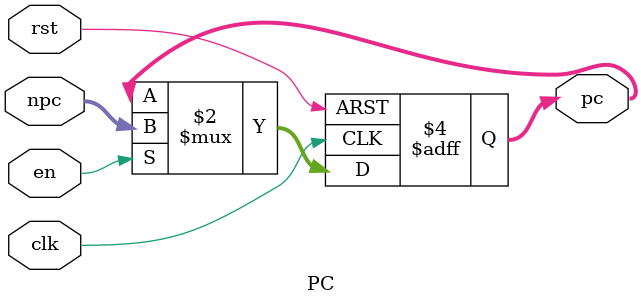
<source format=v>



module PC (
    input                   [ 0 : 0]            clk,
    input                   [ 0 : 0]            rst,
    input                   [ 0 : 0]            en,
    input                   [31 : 0]            npc,

    output      reg         [31 : 0]            pc
);

always @(posedge clk or posedge rst) begin
    if(rst)begin
        pc <= 32'h1C000000;
    end
    else if(en)begin
        pc <= npc;
    end  
end

endmodule

</source>
